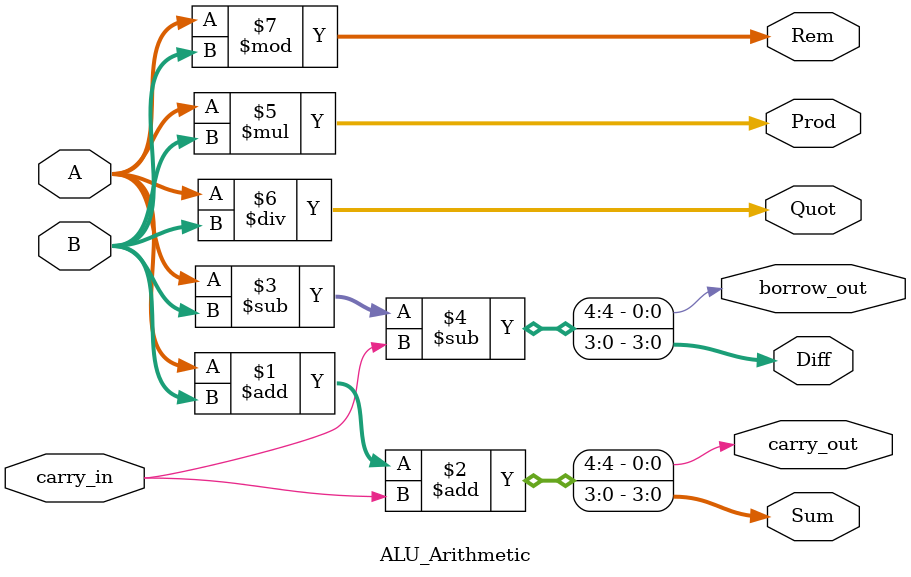
<source format=v>
module ALU_Arithmetic(
    input [3:0] A,  // 4-bit input A
    input [3:0] B,  // 4-bit input B
    input carry_in, // carry in for addition/subtraction
    output [3:0] Sum,    // Sum for addition
    output carry_out,    // Carry out for addition
    output [3:0] Diff,   // Difference for subtraction
    output borrow_out,   // Borrow out for subtraction
    output [7:0] Prod,   // Product for multiplication (8 bits needed)
    output [3:0] Quot,   // Quotient for division
    output [3:0] Rem     // Remainder for division
);

    // Addition with Carry In and Carry Out
    assign {carry_out, Sum} = A + B + carry_in;

    // Subtraction with Borrow In and Borrow Out
    assign {borrow_out, Diff} = A - B - carry_in;

    // Multiplication (Output is 8 bits to hold larger result)
    assign Prod = A * B;

    // Division (Quotient and Remainder)
    assign Quot = A / B;
    assign Rem = A % B;

endmodule

</source>
